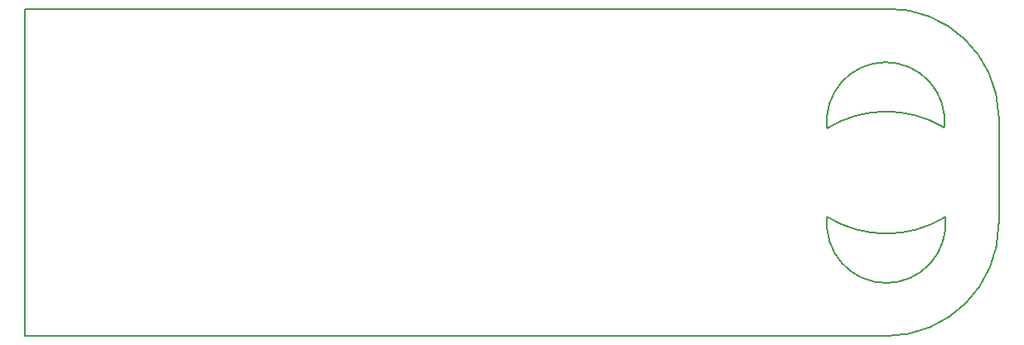
<source format=gbr>
G04 #@! TF.GenerationSoftware,KiCad,Pcbnew,8.0.4*
G04 #@! TF.CreationDate,2024-08-12T15:20:45-06:00*
G04 #@! TF.ProjectId,dual_loop_probe_fullground,6475616c-5f6c-46f6-9f70-5f70726f6265,rev?*
G04 #@! TF.SameCoordinates,Original*
G04 #@! TF.FileFunction,Profile,NP*
%FSLAX46Y46*%
G04 Gerber Fmt 4.6, Leading zero omitted, Abs format (unit mm)*
G04 Created by KiCad (PCBNEW 8.0.4) date 2024-08-12 15:20:45*
%MOMM*%
%LPD*%
G01*
G04 APERTURE LIST*
G04 #@! TA.AperFunction,Profile*
%ADD10C,0.150000*%
G04 #@! TD*
G04 APERTURE END LIST*
D10*
X181000000Y-74000000D02*
X93000000Y-74000000D01*
X192500000Y-96000000D02*
G75*
G02*
X181000000Y-107500000I-11500000J0D01*
G01*
X192500000Y-85000000D02*
X192500000Y-96000000D01*
X174970017Y-86233734D02*
G75*
G02*
X186932792Y-86169397I6034083J-9765966D01*
G01*
X187030804Y-95321791D02*
G75*
G02*
X174970847Y-95307362I-6018204J9848691D01*
G01*
X174970017Y-86233734D02*
G75*
G02*
X186932816Y-86169359I5977623J733964D01*
G01*
X181000000Y-107500000D02*
X93000000Y-107500000D01*
X93000000Y-107500000D02*
X93000000Y-74000000D01*
X187030804Y-95321791D02*
G75*
G02*
X174970834Y-95307384I-6030804J-678209D01*
G01*
X181000000Y-74000000D02*
G75*
G02*
X192500000Y-85000000I250000J-11250000D01*
G01*
M02*

</source>
